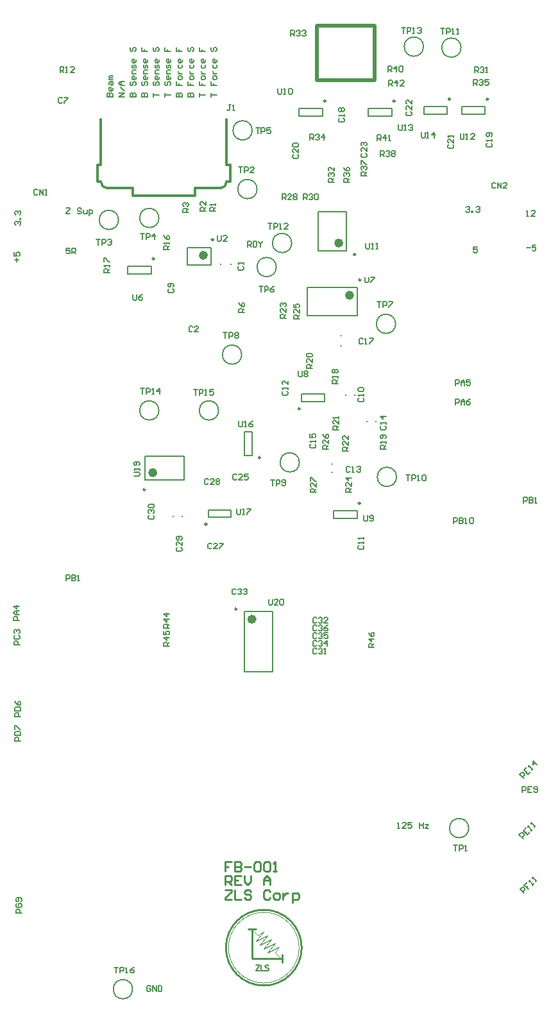
<source format=gbr>
%TF.GenerationSoftware,Altium Limited,Altium Designer,19.1.6 (110)*%
G04 Layer_Color=65535*
%FSLAX26Y26*%
%MOIN*%
%TF.FileFunction,Legend,Top*%
%TF.Part,Single*%
G01*
G75*
%TA.AperFunction,NonConductor*%
%ADD51C,0.009842*%
%ADD52C,0.023622*%
%ADD53C,0.007874*%
%ADD54C,0.005906*%
%ADD77C,0.011811*%
%ADD78C,0.003937*%
%ADD79C,0.010000*%
%ADD80C,0.020000*%
D51*
X1185433Y2178543D02*
G03*
X1185433Y2178543I-4921J0D01*
G01*
X2006772Y4818071D02*
G03*
X2006772Y4818071I-4921J0D01*
G01*
X2491299Y4827717D02*
G03*
X2491299Y4827717I-4921J0D01*
G01*
X1801535Y4020905D02*
G03*
X1801535Y4020905I-4921J0D01*
G01*
X1307677Y2965173D02*
G03*
X1307677Y2965173I-4921J0D01*
G01*
X1828622Y3888189D02*
G03*
X1828622Y3888189I-4921J0D01*
G01*
X1646772Y4818071D02*
G03*
X1646772Y4818071I-4921J0D01*
G01*
X1514361Y3218740D02*
G03*
X1514361Y3218740I-4921J0D01*
G01*
X708606Y2798331D02*
G03*
X708606Y2798331I-4921J0D01*
G01*
X2294449Y4827717D02*
G03*
X2294449Y4827717I-4921J0D01*
G01*
X1826772Y2728071D02*
G03*
X1826772Y2728071I-4921J0D01*
G01*
X1063976Y4097598D02*
G03*
X1063976Y4097598I-4921J0D01*
G01*
X755945Y3998071D02*
G03*
X755945Y3998071I-4921J0D01*
G01*
X1029249Y2619551D02*
G03*
X1029249Y2619551I-4921J0D01*
G01*
D52*
X1275000Y2125394D02*
G03*
X1275000Y2125394I-11811J0D01*
G01*
X1726732Y4079961D02*
G03*
X1726732Y4079961I-11811J0D01*
G01*
X1782362Y3808465D02*
G03*
X1782362Y3808465I-11811J0D01*
G01*
X759787Y2886914D02*
G03*
X759787Y2886914I-11811J0D01*
G01*
X1022638Y4015905D02*
G03*
X1022638Y4015905I-11811J0D01*
G01*
D53*
X643000Y203000D02*
G03*
X643000Y203000I-50000J0D01*
G01*
X2350000Y5095000D02*
G03*
X2350000Y5095000I-50000J0D01*
G01*
X2390000Y1040000D02*
G03*
X2390000Y1040000I-50000J0D01*
G01*
X1290000Y4360000D02*
G03*
X1290000Y4360000I-50000J0D01*
G01*
X570000Y4200000D02*
G03*
X570000Y4200000I-50000J0D01*
G01*
X780000Y4210000D02*
G03*
X780000Y4210000I-50000J0D01*
G01*
X1265000Y4665000D02*
G03*
X1265000Y4665000I-50000J0D01*
G01*
X1390000Y3955000D02*
G03*
X1390000Y3955000I-50000J0D01*
G01*
X2010000Y3660000D02*
G03*
X2010000Y3660000I-50000J0D01*
G01*
X1210000Y3500000D02*
G03*
X1210000Y3500000I-50000J0D01*
G01*
X1510000Y2940000D02*
G03*
X1510000Y2940000I-50000J0D01*
G01*
X2015000Y2865000D02*
G03*
X2015000Y2865000I-50000J0D01*
G01*
X780000Y3210000D02*
G03*
X780000Y3210000I-50000J0D01*
G01*
X1090000D02*
G03*
X1090000Y3210000I-50000J0D01*
G01*
X1470000Y4080000D02*
G03*
X1470000Y4080000I-50000J0D01*
G01*
X2155000Y5100000D02*
G03*
X2155000Y5100000I-50000J0D01*
G01*
X1223819Y1853740D02*
X1369488D01*
X1223819Y2164764D02*
X1369488D01*
Y1853740D02*
Y2164764D01*
X1223819Y1853740D02*
Y2164764D01*
X902606Y2659032D02*
Y2662970D01*
X853394Y2659032D02*
Y2662970D01*
X1868976Y4740316D02*
X1991024D01*
X1868976Y4779686D02*
X1991024D01*
X1868976Y4740316D02*
Y4779686D01*
X1991024Y4740316D02*
Y4779686D01*
X2353504Y4749960D02*
X2475552D01*
X2353504Y4789330D02*
X2475552D01*
X2353504Y4749960D02*
Y4789330D01*
X2475552Y4749960D02*
Y4789330D01*
X1754292Y4040590D02*
Y4241378D01*
X1608622Y4040590D02*
Y4241378D01*
Y4040590D02*
X1754292D01*
X1608622Y4241378D02*
X1754292D01*
X1678032Y2887362D02*
X1681970D01*
X1678032Y2932638D02*
X1681970D01*
X1862362Y3153032D02*
Y3156968D01*
X1907638Y3153032D02*
Y3156968D01*
X1723032Y3597575D02*
X1726968D01*
X1723032Y3544425D02*
X1726968D01*
X1752362Y3288032D02*
Y3291968D01*
X1797639Y3288032D02*
Y3291968D01*
X1225000Y2976000D02*
X1264370D01*
X1225000Y3098048D02*
X1264370D01*
Y2976000D02*
Y3098048D01*
X1225000Y2976000D02*
Y3098048D01*
X1550080Y3702166D02*
Y3847834D01*
X1809922Y3702166D02*
Y3847834D01*
X1550080Y3702166D02*
X1809922D01*
X1550080Y3847834D02*
X1809922D01*
X1508976Y4740316D02*
X1631024D01*
X1508976Y4779686D02*
X1631024D01*
X1508976Y4740316D02*
Y4779686D01*
X1631024Y4740316D02*
Y4779686D01*
X1520266Y3257126D02*
Y3296496D01*
X1642314Y3257126D02*
Y3296496D01*
X1520266Y3257126D02*
X1642314D01*
X1520266Y3296496D02*
X1642314D01*
X708606Y2847544D02*
X909394D01*
X708606Y2973528D02*
X909394D01*
X708606Y2847544D02*
Y2973528D01*
X909394Y2847544D02*
Y2973528D01*
X2156654Y4749960D02*
X2278702D01*
X2156654Y4789330D02*
X2278702D01*
X2156654Y4749960D02*
Y4789330D01*
X2278702Y4749960D02*
Y4789330D01*
X1811024Y2650316D02*
Y2689686D01*
X1688976Y2650316D02*
Y2689686D01*
X1811024D01*
X1688976Y2650316D02*
X1811024D01*
X928150Y4055276D02*
X1050198D01*
X928150Y3964724D02*
X1050198D01*
Y4055276D01*
X928150Y3964724D02*
Y4055276D01*
X1155748Y3968032D02*
Y3971968D01*
X1102598Y3968032D02*
Y3971968D01*
X740198Y3920316D02*
Y3959686D01*
X618150Y3920316D02*
Y3959686D01*
X740198D01*
X618150Y3920316D02*
X740198D01*
X1036140Y2654000D02*
Y2693370D01*
X1154250Y2654000D02*
Y2693370D01*
X1036140Y2654000D02*
X1154250D01*
X1036140Y2693370D02*
X1154250D01*
D54*
X736679Y216598D02*
X731759Y221518D01*
X721920D01*
X717000Y216598D01*
Y196920D01*
X721920Y192000D01*
X731759D01*
X736679Y196920D01*
Y206759D01*
X726839D01*
X746518Y192000D02*
Y221518D01*
X766197Y192000D01*
Y221518D01*
X776036D02*
Y192000D01*
X790795D01*
X795715Y196920D01*
Y216598D01*
X790795Y221518D01*
X776036D01*
X1304681Y328521D02*
X1285000Y299000D01*
Y328521D02*
X1304681D01*
X1285000Y299000D02*
X1304681D01*
X1311288Y328521D02*
Y299000D01*
X1328157D01*
X1351071Y324304D02*
X1348260Y327115D01*
X1344043Y328521D01*
X1338419D01*
X1334202Y327115D01*
X1331391Y324304D01*
Y321492D01*
X1332796Y318681D01*
X1334202Y317275D01*
X1337014Y315869D01*
X1345448Y313058D01*
X1348260Y311652D01*
X1349666Y310246D01*
X1351071Y307435D01*
Y303217D01*
X1348260Y300406D01*
X1344043Y299000D01*
X1338419D01*
X1334202Y300406D01*
X1331391Y303217D01*
X510482Y4840000D02*
X540000D01*
Y4854759D01*
X535080Y4859679D01*
X530161D01*
X525241Y4854759D01*
Y4840000D01*
Y4854759D01*
X520321Y4859679D01*
X515402D01*
X510482Y4854759D01*
Y4840000D01*
X540000Y4884277D02*
Y4874438D01*
X535080Y4869518D01*
X525241D01*
X520321Y4874438D01*
Y4884277D01*
X525241Y4889197D01*
X530161D01*
Y4869518D01*
X520321Y4903956D02*
Y4913795D01*
X525241Y4918715D01*
X540000D01*
Y4903956D01*
X535080Y4899036D01*
X530161Y4903956D01*
Y4918715D01*
X540000Y4928554D02*
X520321D01*
Y4933474D01*
X525241Y4938394D01*
X540000D01*
X525241D01*
X520321Y4943313D01*
X525241Y4948233D01*
X540000D01*
X600000Y4840000D02*
X570482D01*
X600000Y4859679D01*
X570482D01*
X600000Y4869518D02*
X580321Y4889197D01*
X600000Y4899036D02*
X580321D01*
X570482Y4908876D01*
X580321Y4918715D01*
X600000D01*
X585241D01*
Y4899036D01*
X630482Y4840000D02*
X660000D01*
Y4854759D01*
X655080Y4859679D01*
X650161D01*
X645241Y4854759D01*
Y4840000D01*
Y4854759D01*
X640321Y4859679D01*
X635402D01*
X630482Y4854759D01*
Y4840000D01*
X635402Y4918715D02*
X630482Y4913795D01*
Y4903956D01*
X635402Y4899036D01*
X640321D01*
X645241Y4903956D01*
Y4913795D01*
X650161Y4918715D01*
X655080D01*
X660000Y4913795D01*
Y4903956D01*
X655080Y4899036D01*
X660000Y4943313D02*
Y4933474D01*
X655080Y4928554D01*
X645241D01*
X640321Y4933474D01*
Y4943313D01*
X645241Y4948233D01*
X650161D01*
Y4928554D01*
X660000Y4958072D02*
X640321D01*
Y4972831D01*
X645241Y4977751D01*
X660000D01*
Y4987591D02*
Y5002350D01*
X655080Y5007269D01*
X650161Y5002350D01*
Y4992510D01*
X645241Y4987591D01*
X640321Y4992510D01*
Y5007269D01*
X660000Y5031868D02*
Y5022028D01*
X655080Y5017109D01*
X645241D01*
X640321Y5022028D01*
Y5031868D01*
X645241Y5036787D01*
X650161D01*
Y5017109D01*
X635402Y5095824D02*
X630482Y5090904D01*
Y5081065D01*
X635402Y5076145D01*
X640321D01*
X645241Y5081065D01*
Y5090904D01*
X650161Y5095824D01*
X655080D01*
X660000Y5090904D01*
Y5081065D01*
X655080Y5076145D01*
X750482Y4840000D02*
Y4859679D01*
Y4849839D01*
X780000D01*
X755402Y4918715D02*
X750482Y4913795D01*
Y4903956D01*
X755402Y4899036D01*
X760321D01*
X765241Y4903956D01*
Y4913795D01*
X770161Y4918715D01*
X775080D01*
X780000Y4913795D01*
Y4903956D01*
X775080Y4899036D01*
X780000Y4943313D02*
Y4933474D01*
X775080Y4928554D01*
X765241D01*
X760321Y4933474D01*
Y4943313D01*
X765241Y4948233D01*
X770161D01*
Y4928554D01*
X780000Y4958072D02*
X760321D01*
Y4972831D01*
X765241Y4977751D01*
X780000D01*
Y4987591D02*
Y5002350D01*
X775080Y5007269D01*
X770161Y5002350D01*
Y4992510D01*
X765241Y4987591D01*
X760321Y4992510D01*
Y5007269D01*
X780000Y5031868D02*
Y5022028D01*
X775080Y5017109D01*
X765241D01*
X760321Y5022028D01*
Y5031868D01*
X765241Y5036787D01*
X770161D01*
Y5017109D01*
X755402Y5095824D02*
X750482Y5090904D01*
Y5081065D01*
X755402Y5076145D01*
X760321D01*
X765241Y5081065D01*
Y5090904D01*
X770161Y5095824D01*
X775080D01*
X780000Y5090904D01*
Y5081065D01*
X775080Y5076145D01*
X690482Y4840000D02*
X720000D01*
Y4854759D01*
X715080Y4859679D01*
X710161D01*
X705241Y4854759D01*
Y4840000D01*
Y4854759D01*
X700321Y4859679D01*
X695402D01*
X690482Y4854759D01*
Y4840000D01*
X695402Y4918715D02*
X690482Y4913795D01*
Y4903956D01*
X695402Y4899036D01*
X700321D01*
X705241Y4903956D01*
Y4913795D01*
X710161Y4918715D01*
X715080D01*
X720000Y4913795D01*
Y4903956D01*
X715080Y4899036D01*
X720000Y4943313D02*
Y4933474D01*
X715080Y4928554D01*
X705241D01*
X700321Y4933474D01*
Y4943313D01*
X705241Y4948233D01*
X710161D01*
Y4928554D01*
X720000Y4958072D02*
X700321D01*
Y4972831D01*
X705241Y4977751D01*
X720000D01*
Y4987591D02*
Y5002350D01*
X715080Y5007269D01*
X710161Y5002350D01*
Y4992510D01*
X705241Y4987591D01*
X700321Y4992510D01*
Y5007269D01*
X720000Y5031868D02*
Y5022028D01*
X715080Y5017109D01*
X705241D01*
X700321Y5022028D01*
Y5031868D01*
X705241Y5036787D01*
X710161D01*
Y5017109D01*
X690482Y5095824D02*
Y5076145D01*
X705241D01*
Y5085984D01*
Y5076145D01*
X720000D01*
X810482Y4840000D02*
Y4859679D01*
Y4849839D01*
X840000D01*
X815402Y4918715D02*
X810482Y4913795D01*
Y4903956D01*
X815402Y4899036D01*
X820321D01*
X825241Y4903956D01*
Y4913795D01*
X830161Y4918715D01*
X835080D01*
X840000Y4913795D01*
Y4903956D01*
X835080Y4899036D01*
X840000Y4943313D02*
Y4933474D01*
X835080Y4928554D01*
X825241D01*
X820321Y4933474D01*
Y4943313D01*
X825241Y4948233D01*
X830161D01*
Y4928554D01*
X840000Y4958072D02*
X820321D01*
Y4972831D01*
X825241Y4977751D01*
X840000D01*
Y4987591D02*
Y5002350D01*
X835080Y5007269D01*
X830161Y5002350D01*
Y4992510D01*
X825241Y4987591D01*
X820321Y4992510D01*
Y5007269D01*
X840000Y5031868D02*
Y5022028D01*
X835080Y5017109D01*
X825241D01*
X820321Y5022028D01*
Y5031868D01*
X825241Y5036787D01*
X830161D01*
Y5017109D01*
X810482Y5095824D02*
Y5076145D01*
X825241D01*
Y5085984D01*
Y5076145D01*
X840000D01*
X990482Y4840000D02*
Y4859679D01*
Y4849839D01*
X1020000D01*
X990482Y4918715D02*
Y4899036D01*
X1005241D01*
Y4908876D01*
Y4899036D01*
X1020000D01*
Y4933474D02*
Y4943313D01*
X1015080Y4948233D01*
X1005241D01*
X1000321Y4943313D01*
Y4933474D01*
X1005241Y4928554D01*
X1015080D01*
X1020000Y4933474D01*
X1000321Y4958072D02*
X1020000D01*
X1010161D01*
X1005241Y4962992D01*
X1000321Y4967912D01*
Y4972831D01*
Y5007269D02*
Y4992510D01*
X1005241Y4987591D01*
X1015080D01*
X1020000Y4992510D01*
Y5007269D01*
Y5031868D02*
Y5022028D01*
X1015080Y5017109D01*
X1005241D01*
X1000321Y5022028D01*
Y5031868D01*
X1005241Y5036787D01*
X1010161D01*
Y5017109D01*
X990482Y5095824D02*
Y5076145D01*
X1005241D01*
Y5085984D01*
Y5076145D01*
X1020000D01*
X1050482Y4840000D02*
Y4859679D01*
Y4849839D01*
X1080000D01*
X1050482Y4918715D02*
Y4899036D01*
X1065241D01*
Y4908876D01*
Y4899036D01*
X1080000D01*
Y4933474D02*
Y4943313D01*
X1075080Y4948233D01*
X1065241D01*
X1060321Y4943313D01*
Y4933474D01*
X1065241Y4928554D01*
X1075080D01*
X1080000Y4933474D01*
X1060321Y4958072D02*
X1080000D01*
X1070161D01*
X1065241Y4962992D01*
X1060321Y4967912D01*
Y4972831D01*
Y5007269D02*
Y4992510D01*
X1065241Y4987591D01*
X1075080D01*
X1080000Y4992510D01*
Y5007269D01*
Y5031868D02*
Y5022028D01*
X1075080Y5017109D01*
X1065241D01*
X1060321Y5022028D01*
Y5031868D01*
X1065241Y5036787D01*
X1070161D01*
Y5017109D01*
X1055402Y5095824D02*
X1050482Y5090904D01*
Y5081065D01*
X1055402Y5076145D01*
X1060321D01*
X1065241Y5081065D01*
Y5090904D01*
X1070161Y5095824D01*
X1075080D01*
X1080000Y5090904D01*
Y5081065D01*
X1075080Y5076145D01*
X870482Y4840000D02*
X900000D01*
Y4854759D01*
X895080Y4859679D01*
X890161D01*
X885241Y4854759D01*
Y4840000D01*
Y4854759D01*
X880321Y4859679D01*
X875402D01*
X870482Y4854759D01*
Y4840000D01*
Y4918715D02*
Y4899036D01*
X885241D01*
Y4908876D01*
Y4899036D01*
X900000D01*
Y4933474D02*
Y4943313D01*
X895080Y4948233D01*
X885241D01*
X880321Y4943313D01*
Y4933474D01*
X885241Y4928554D01*
X895080D01*
X900000Y4933474D01*
X880321Y4958072D02*
X900000D01*
X890161D01*
X885241Y4962992D01*
X880321Y4967912D01*
Y4972831D01*
Y5007269D02*
Y4992510D01*
X885241Y4987591D01*
X895080D01*
X900000Y4992510D01*
Y5007269D01*
Y5031868D02*
Y5022028D01*
X895080Y5017109D01*
X885241D01*
X880321Y5022028D01*
Y5031868D01*
X885241Y5036787D01*
X890161D01*
Y5017109D01*
X870482Y5095824D02*
Y5076145D01*
X885241D01*
Y5085984D01*
Y5076145D01*
X900000D01*
X930482Y4840000D02*
X960000D01*
Y4854759D01*
X955080Y4859679D01*
X950161D01*
X945241Y4854759D01*
Y4840000D01*
Y4854759D01*
X940321Y4859679D01*
X935402D01*
X930482Y4854759D01*
Y4840000D01*
Y4918715D02*
Y4899036D01*
X945241D01*
Y4908876D01*
Y4899036D01*
X960000D01*
Y4933474D02*
Y4943313D01*
X955080Y4948233D01*
X945241D01*
X940321Y4943313D01*
Y4933474D01*
X945241Y4928554D01*
X955080D01*
X960000Y4933474D01*
X940321Y4958072D02*
X960000D01*
X950161D01*
X945241Y4962992D01*
X940321Y4967912D01*
Y4972831D01*
Y5007269D02*
Y4992510D01*
X945241Y4987591D01*
X955080D01*
X960000Y4992510D01*
Y5007269D01*
Y5031868D02*
Y5022028D01*
X955080Y5017109D01*
X945241D01*
X940321Y5022028D01*
Y5031868D01*
X945241Y5036787D01*
X950161D01*
Y5017109D01*
X935402Y5095824D02*
X930482Y5090904D01*
Y5081065D01*
X935402Y5076145D01*
X940321D01*
X945241Y5081065D01*
Y5090904D01*
X950161Y5095824D01*
X955080D01*
X960000Y5090904D01*
Y5081065D01*
X955080Y5076145D01*
X2320000Y3340000D02*
Y3369518D01*
X2334759D01*
X2339679Y3364598D01*
Y3354759D01*
X2334759Y3349839D01*
X2320000D01*
X2349518Y3340000D02*
Y3359679D01*
X2359358Y3369518D01*
X2369197Y3359679D01*
Y3340000D01*
Y3354759D01*
X2349518D01*
X2398715Y3369518D02*
X2379036D01*
Y3354759D01*
X2388876Y3359679D01*
X2393795D01*
X2398715Y3354759D01*
Y3344920D01*
X2393795Y3340000D01*
X2383956D01*
X2379036Y3344920D01*
X2320000Y3240000D02*
Y3269518D01*
X2334759D01*
X2339679Y3264598D01*
Y3254759D01*
X2334759Y3249839D01*
X2320000D01*
X2349518Y3240000D02*
Y3259679D01*
X2359358Y3269518D01*
X2369197Y3259679D01*
Y3240000D01*
Y3254759D01*
X2349518D01*
X2398715Y3269518D02*
X2388876Y3264598D01*
X2379036Y3254759D01*
Y3244920D01*
X2383956Y3240000D01*
X2393795D01*
X2398715Y3244920D01*
Y3249839D01*
X2393795Y3254759D01*
X2379036D01*
X2020000Y1040000D02*
X2029839D01*
X2024920D01*
Y1069518D01*
X2020000Y1064598D01*
X2064277Y1040000D02*
X2044598D01*
X2064277Y1059679D01*
Y1064598D01*
X2059357Y1069518D01*
X2049518D01*
X2044598Y1064598D01*
X2093795Y1069518D02*
X2074117D01*
Y1054759D01*
X2083956Y1059679D01*
X2088876D01*
X2093795Y1054759D01*
Y1044920D01*
X2088876Y1040000D01*
X2079036D01*
X2074117Y1044920D01*
X2133153Y1069518D02*
Y1040000D01*
Y1054759D01*
X2152831D01*
Y1069518D01*
Y1040000D01*
X2162671Y1059679D02*
X2182349D01*
X2162671Y1040000D01*
X2182349D01*
X1240000Y4060000D02*
Y4089518D01*
X1254759D01*
X1259679Y4084598D01*
Y4074759D01*
X1254759Y4069839D01*
X1240000D01*
X1249839D02*
X1259679Y4060000D01*
X1269518Y4089518D02*
Y4060000D01*
X1284277D01*
X1289197Y4064920D01*
Y4084598D01*
X1284277Y4089518D01*
X1269518D01*
X1299036D02*
Y4084598D01*
X1308876Y4074759D01*
X1318715Y4084598D01*
Y4089518D01*
X1308876Y4074759D02*
Y4060000D01*
X2673000Y985000D02*
X2652128Y1005872D01*
X2662564Y1016309D01*
X2669521D01*
X2676479Y1009351D01*
X2676479Y1002394D01*
X2666043Y991957D01*
X2686915Y1040660D02*
X2673000Y1026745D01*
X2693872Y1005872D01*
X2707787Y1019787D01*
X2683436Y1016309D02*
X2690394Y1023266D01*
X2714745Y1026745D02*
X2721702Y1033702D01*
X2718224Y1030224D01*
X2697351Y1051096D01*
Y1044139D01*
X2732139D02*
X2739096Y1051096D01*
X2735617Y1047617D01*
X2714745Y1068490D01*
Y1061532D01*
X2679000Y702000D02*
X2658128Y722872D01*
X2668564Y733309D01*
X2675521D01*
X2682479Y726351D01*
X2682479Y719394D01*
X2672043Y708957D01*
X2692915Y757660D02*
X2679000Y743745D01*
X2689436Y733309D01*
X2696394Y740266D01*
X2689436Y733309D01*
X2699872Y722872D01*
X2720745Y743745D02*
X2727702Y750702D01*
X2724224Y747224D01*
X2703351Y768096D01*
Y761139D01*
X2738139D02*
X2745096Y768096D01*
X2741617Y764617D01*
X2720745Y785490D01*
Y778532D01*
X2669000Y1226000D02*
Y1255518D01*
X2683759D01*
X2688679Y1250598D01*
Y1240759D01*
X2683759Y1235839D01*
X2669000D01*
X2718197Y1255518D02*
X2698518D01*
Y1226000D01*
X2718197D01*
X2698518Y1240759D02*
X2708358D01*
X2728036Y1230920D02*
X2732956Y1226000D01*
X2742795D01*
X2747715Y1230920D01*
Y1250598D01*
X2742795Y1255518D01*
X2732956D01*
X2728036Y1250598D01*
Y1245679D01*
X2732956Y1240759D01*
X2747715D01*
X2676000Y1299000D02*
X2655128Y1319872D01*
X2665564Y1330309D01*
X2672521D01*
X2679479Y1323351D01*
X2679479Y1316394D01*
X2669043Y1305957D01*
X2689915Y1354660D02*
X2676000Y1340745D01*
X2696872Y1319872D01*
X2710787Y1333787D01*
X2686436Y1330309D02*
X2693394Y1337266D01*
X2717745Y1340745D02*
X2724702Y1347702D01*
X2721224Y1344224D01*
X2700351Y1365096D01*
Y1358139D01*
X2745575Y1368575D02*
X2724702Y1389447D01*
X2724702Y1368575D01*
X2738617Y1382490D01*
X2675000Y2730000D02*
Y2759518D01*
X2689759D01*
X2694679Y2754598D01*
Y2744759D01*
X2689759Y2739839D01*
X2675000D01*
X2704518Y2759518D02*
Y2730000D01*
X2719277D01*
X2724197Y2734920D01*
Y2739839D01*
X2719277Y2744759D01*
X2704518D01*
X2719277D01*
X2724197Y2749679D01*
Y2754598D01*
X2719277Y2759518D01*
X2704518D01*
X2734036Y2730000D02*
X2743876D01*
X2738956D01*
Y2759518D01*
X2734036Y2754598D01*
X2311000Y2623000D02*
Y2652518D01*
X2325759D01*
X2330679Y2647598D01*
Y2637759D01*
X2325759Y2632839D01*
X2311000D01*
X2340518Y2652518D02*
Y2623000D01*
X2355277D01*
X2360197Y2627920D01*
Y2632839D01*
X2355277Y2637759D01*
X2340518D01*
X2355277D01*
X2360197Y2642679D01*
Y2647598D01*
X2355277Y2652518D01*
X2340518D01*
X2370036Y2623000D02*
X2379876D01*
X2374956D01*
Y2652518D01*
X2370036Y2647598D01*
X2394635D02*
X2399554Y2652518D01*
X2409394D01*
X2414313Y2647598D01*
Y2627920D01*
X2409394Y2623000D01*
X2399554D01*
X2394635Y2627920D01*
Y2647598D01*
X2375000Y4264598D02*
X2379920Y4269518D01*
X2389759D01*
X2394679Y4264598D01*
Y4259679D01*
X2389759Y4254759D01*
X2384839D01*
X2389759D01*
X2394679Y4249839D01*
Y4244920D01*
X2389759Y4240000D01*
X2379920D01*
X2375000Y4244920D01*
X2404518Y4240000D02*
Y4244920D01*
X2409438D01*
Y4240000D01*
X2404518D01*
X2429117Y4264598D02*
X2434036Y4269518D01*
X2443876D01*
X2448795Y4264598D01*
Y4259679D01*
X2443876Y4254759D01*
X2438956D01*
X2443876D01*
X2448795Y4249839D01*
Y4244920D01*
X2443876Y4240000D01*
X2434036D01*
X2429117Y4244920D01*
X2690000Y4220000D02*
X2699839D01*
X2694920D01*
Y4249518D01*
X2690000Y4244598D01*
X2734277Y4220000D02*
X2714598D01*
X2734277Y4239679D01*
Y4244598D01*
X2729357Y4249518D01*
X2719518D01*
X2714598Y4244598D01*
X2434679Y4059518D02*
X2415000D01*
Y4044759D01*
X2424839Y4049679D01*
X2429759D01*
X2434679Y4044759D01*
Y4034920D01*
X2429759Y4030000D01*
X2419920D01*
X2415000Y4034920D01*
X2690000Y4054759D02*
X2709679D01*
X2739197Y4069518D02*
X2719518D01*
Y4054759D01*
X2729358Y4059679D01*
X2734277D01*
X2739197Y4054759D01*
Y4044920D01*
X2734277Y4040000D01*
X2724438D01*
X2719518Y4044920D01*
X61000Y1492000D02*
X31482D01*
Y1506759D01*
X36402Y1511679D01*
X46241D01*
X51161Y1506759D01*
Y1492000D01*
X31482Y1521518D02*
X61000D01*
Y1536277D01*
X56080Y1541197D01*
X36402D01*
X31482Y1536277D01*
Y1521518D01*
Y1551036D02*
Y1570715D01*
X36402D01*
X56080Y1551036D01*
X61000D01*
Y1620000D02*
X31482D01*
Y1634759D01*
X36402Y1639679D01*
X46241D01*
X51161Y1634759D01*
Y1620000D01*
X31482Y1649518D02*
X61000D01*
Y1664277D01*
X56080Y1669197D01*
X36402D01*
X31482Y1664277D01*
Y1649518D01*
Y1698715D02*
X36402Y1688876D01*
X46241Y1679036D01*
X56080D01*
X61000Y1683956D01*
Y1693795D01*
X56080Y1698715D01*
X51161D01*
X46241Y1693795D01*
Y1679036D01*
X56000Y1992000D02*
X26482D01*
Y2006759D01*
X31402Y2011679D01*
X41241D01*
X46161Y2006759D01*
Y1992000D01*
X31402Y2041197D02*
X26482Y2036277D01*
Y2026438D01*
X31402Y2021518D01*
X51080D01*
X56000Y2026438D01*
Y2036277D01*
X51080Y2041197D01*
X31402Y2051036D02*
X26482Y2055956D01*
Y2065795D01*
X31402Y2070715D01*
X36321D01*
X41241Y2065795D01*
Y2060876D01*
Y2065795D01*
X46161Y2070715D01*
X51080D01*
X56000Y2065795D01*
Y2055956D01*
X51080Y2051036D01*
X55000Y2120000D02*
X25482D01*
Y2134759D01*
X30402Y2139679D01*
X40241D01*
X45161Y2134759D01*
Y2120000D01*
X55000Y2149518D02*
X35321D01*
X25482Y2159358D01*
X35321Y2169197D01*
X55000D01*
X40241D01*
Y2149518D01*
X55000Y2193795D02*
X25482D01*
X40241Y2179036D01*
Y2198715D01*
X298000Y2325000D02*
Y2354518D01*
X312759D01*
X317679Y2349598D01*
Y2339759D01*
X312759Y2334839D01*
X298000D01*
X327518Y2354518D02*
Y2325000D01*
X342277D01*
X347197Y2329920D01*
Y2334839D01*
X342277Y2339759D01*
X327518D01*
X342277D01*
X347197Y2344679D01*
Y2349598D01*
X342277Y2354518D01*
X327518D01*
X357036Y2325000D02*
X366876D01*
X361956D01*
Y2354518D01*
X357036Y2349598D01*
X66000Y599000D02*
X36482D01*
Y613759D01*
X41402Y618679D01*
X51241D01*
X56161Y613759D01*
Y599000D01*
X41402Y648197D02*
X36482Y643277D01*
Y633438D01*
X41402Y628518D01*
X61080D01*
X66000Y633438D01*
Y643277D01*
X61080Y648197D01*
X51241D01*
Y638357D01*
X61080Y658036D02*
X66000Y662956D01*
Y672795D01*
X61080Y677715D01*
X41402D01*
X36482Y672795D01*
Y662956D01*
X41402Y658036D01*
X46321D01*
X51241Y662956D01*
Y677715D01*
X318679Y4053518D02*
X299000D01*
Y4038759D01*
X308839Y4043679D01*
X313759D01*
X318679Y4038759D01*
Y4028920D01*
X313759Y4024000D01*
X303920D01*
X299000Y4028920D01*
X328518Y4024000D02*
Y4053518D01*
X343277D01*
X348197Y4048598D01*
Y4038759D01*
X343277Y4033839D01*
X328518D01*
X338358D02*
X348197Y4024000D01*
X298000Y4261518D02*
X317679D01*
Y4256598D01*
X298000Y4236920D01*
Y4232000D01*
X317679D01*
X376715Y4256598D02*
X371795Y4261518D01*
X361956D01*
X357036Y4256598D01*
Y4251679D01*
X361956Y4246759D01*
X371795D01*
X376715Y4241839D01*
Y4236920D01*
X371795Y4232000D01*
X361956D01*
X357036Y4236920D01*
X386554Y4251679D02*
Y4236920D01*
X391474Y4232000D01*
X406233D01*
Y4251679D01*
X416072Y4222161D02*
Y4251679D01*
X430831D01*
X435751Y4246759D01*
Y4236920D01*
X430831Y4232000D01*
X416072D01*
X42241Y3982000D02*
Y4001679D01*
X32402Y3991839D02*
X52080D01*
X27482Y4031197D02*
Y4011518D01*
X42241D01*
X37321Y4021358D01*
Y4026277D01*
X42241Y4031197D01*
X52080D01*
X57000Y4026277D01*
Y4016438D01*
X52080Y4011518D01*
X36402Y4173000D02*
X31482Y4177920D01*
Y4187759D01*
X36402Y4192679D01*
X41321D01*
X46241Y4187759D01*
Y4182839D01*
Y4187759D01*
X51161Y4192679D01*
X56080D01*
X61000Y4187759D01*
Y4177920D01*
X56080Y4173000D01*
X61000Y4202518D02*
X56080D01*
Y4207438D01*
X61000D01*
Y4202518D01*
X36402Y4227117D02*
X31482Y4232036D01*
Y4241876D01*
X36402Y4246795D01*
X41321D01*
X46241Y4241876D01*
Y4236956D01*
Y4241876D01*
X51161Y4246795D01*
X56080D01*
X61000Y4241876D01*
Y4232036D01*
X56080Y4227117D01*
X1899000Y1978000D02*
X1869482D01*
Y1992759D01*
X1874402Y1997679D01*
X1884241D01*
X1889161Y1992759D01*
Y1978000D01*
Y1987839D02*
X1899000Y1997679D01*
Y2022277D02*
X1869482D01*
X1884241Y2007518D01*
Y2027197D01*
X1869482Y2056715D02*
X1874402Y2046876D01*
X1884241Y2037036D01*
X1894080D01*
X1899000Y2041956D01*
Y2051795D01*
X1894080Y2056715D01*
X1889161D01*
X1884241Y2051795D01*
Y2037036D01*
X2287402Y4590679D02*
X2282482Y4585759D01*
Y4575920D01*
X2287402Y4571000D01*
X2307080D01*
X2312000Y4575920D01*
Y4585759D01*
X2307080Y4590679D01*
X2312000Y4620197D02*
Y4600518D01*
X2292321Y4620197D01*
X2287402D01*
X2282482Y4615277D01*
Y4605438D01*
X2287402Y4600518D01*
X2312000Y4630036D02*
Y4639876D01*
Y4634956D01*
X2282482D01*
X2287402Y4630036D01*
X2486402Y4598679D02*
X2481482Y4593759D01*
Y4583920D01*
X2486402Y4579000D01*
X2506080D01*
X2511000Y4583920D01*
Y4593759D01*
X2506080Y4598679D01*
X2511000Y4608518D02*
Y4618358D01*
Y4613438D01*
X2481482D01*
X2486402Y4608518D01*
X2506080Y4633117D02*
X2511000Y4638036D01*
Y4647876D01*
X2506080Y4652795D01*
X2486402D01*
X2481482Y4647876D01*
Y4638036D01*
X2486402Y4633117D01*
X2491321D01*
X2496241Y4638036D01*
Y4652795D01*
X835000Y1985000D02*
X805482D01*
Y1999759D01*
X810402Y2004679D01*
X820241D01*
X825161Y1999759D01*
Y1985000D01*
Y1994839D02*
X835000Y2004679D01*
Y2029277D02*
X805482D01*
X820241Y2014518D01*
Y2034197D01*
X805482Y2063715D02*
Y2044036D01*
X820241D01*
X815321Y2053876D01*
Y2058795D01*
X820241Y2063715D01*
X830080D01*
X835000Y2058795D01*
Y2048956D01*
X830080Y2044036D01*
X835000Y2080000D02*
X805482D01*
Y2094759D01*
X810402Y2099679D01*
X820241D01*
X825161Y2094759D01*
Y2080000D01*
Y2089839D02*
X835000Y2099679D01*
Y2124277D02*
X805482D01*
X820241Y2109518D01*
Y2129197D01*
X835000Y2153795D02*
X805482D01*
X820241Y2139036D01*
Y2158715D01*
X1599679Y2089598D02*
X1594759Y2094518D01*
X1584920D01*
X1580000Y2089598D01*
Y2069920D01*
X1584920Y2065000D01*
X1594759D01*
X1599679Y2069920D01*
X1609518Y2089598D02*
X1614438Y2094518D01*
X1624277D01*
X1629197Y2089598D01*
Y2084679D01*
X1624277Y2079759D01*
X1619358D01*
X1624277D01*
X1629197Y2074839D01*
Y2069920D01*
X1624277Y2065000D01*
X1614438D01*
X1609518Y2069920D01*
X1658715Y2094518D02*
X1648876Y2089598D01*
X1639036Y2079759D01*
Y2069920D01*
X1643956Y2065000D01*
X1653795D01*
X1658715Y2069920D01*
Y2074839D01*
X1653795Y2079759D01*
X1639036D01*
X1599679Y2049598D02*
X1594759Y2054518D01*
X1584920D01*
X1580000Y2049598D01*
Y2029920D01*
X1584920Y2025000D01*
X1594759D01*
X1599679Y2029920D01*
X1609518Y2049598D02*
X1614438Y2054518D01*
X1624277D01*
X1629197Y2049598D01*
Y2044679D01*
X1624277Y2039759D01*
X1619358D01*
X1624277D01*
X1629197Y2034839D01*
Y2029920D01*
X1624277Y2025000D01*
X1614438D01*
X1609518Y2029920D01*
X1658715Y2054518D02*
X1639036D01*
Y2039759D01*
X1648876Y2044679D01*
X1653795D01*
X1658715Y2039759D01*
Y2029920D01*
X1653795Y2025000D01*
X1643956D01*
X1639036Y2029920D01*
X1599679Y2009598D02*
X1594759Y2014518D01*
X1584920D01*
X1580000Y2009598D01*
Y1989920D01*
X1584920Y1985000D01*
X1594759D01*
X1599679Y1989920D01*
X1609518Y2009598D02*
X1614438Y2014518D01*
X1624277D01*
X1629197Y2009598D01*
Y2004679D01*
X1624277Y1999759D01*
X1619358D01*
X1624277D01*
X1629197Y1994839D01*
Y1989920D01*
X1624277Y1985000D01*
X1614438D01*
X1609518Y1989920D01*
X1653795Y1985000D02*
Y2014518D01*
X1639036Y1999759D01*
X1658715D01*
X1179679Y2278598D02*
X1174759Y2283518D01*
X1164920D01*
X1160000Y2278598D01*
Y2258920D01*
X1164920Y2254000D01*
X1174759D01*
X1179679Y2258920D01*
X1189518Y2278598D02*
X1194438Y2283518D01*
X1204277D01*
X1209197Y2278598D01*
Y2273679D01*
X1204277Y2268759D01*
X1199358D01*
X1204277D01*
X1209197Y2263839D01*
Y2258920D01*
X1204277Y2254000D01*
X1194438D01*
X1189518Y2258920D01*
X1219036Y2278598D02*
X1223956Y2283518D01*
X1233795D01*
X1238715Y2278598D01*
Y2273679D01*
X1233795Y2268759D01*
X1228876D01*
X1233795D01*
X1238715Y2263839D01*
Y2258920D01*
X1233795Y2254000D01*
X1223956D01*
X1219036Y2258920D01*
X1599679Y2129598D02*
X1594759Y2134518D01*
X1584920D01*
X1580000Y2129598D01*
Y2109920D01*
X1584920Y2105000D01*
X1594759D01*
X1599679Y2109920D01*
X1609518Y2129598D02*
X1614438Y2134518D01*
X1624277D01*
X1629197Y2129598D01*
Y2124679D01*
X1624277Y2119759D01*
X1619358D01*
X1624277D01*
X1629197Y2114839D01*
Y2109920D01*
X1624277Y2105000D01*
X1614438D01*
X1609518Y2109920D01*
X1658715Y2105000D02*
X1639036D01*
X1658715Y2124679D01*
Y2129598D01*
X1653795Y2134518D01*
X1643956D01*
X1639036Y2129598D01*
X1599679Y1969598D02*
X1594759Y1974518D01*
X1584920D01*
X1580000Y1969598D01*
Y1949920D01*
X1584920Y1945000D01*
X1594759D01*
X1599679Y1949920D01*
X1609518Y1969598D02*
X1614438Y1974518D01*
X1624277D01*
X1629197Y1969598D01*
Y1964679D01*
X1624277Y1959759D01*
X1619358D01*
X1624277D01*
X1629197Y1954839D01*
Y1949920D01*
X1624277Y1945000D01*
X1614438D01*
X1609518Y1949920D01*
X1639036Y1945000D02*
X1648876D01*
X1643956D01*
Y1974518D01*
X1639036Y1969598D01*
X1350000Y2229518D02*
Y2204920D01*
X1354920Y2200000D01*
X1364759D01*
X1369679Y2204920D01*
Y2229518D01*
X1399197Y2200000D02*
X1379518D01*
X1399197Y2219679D01*
Y2224598D01*
X1394277Y2229518D01*
X1384438D01*
X1379518Y2224598D01*
X1409036D02*
X1413956Y2229518D01*
X1423795D01*
X1428715Y2224598D01*
Y2204920D01*
X1423795Y2200000D01*
X1413956D01*
X1409036Y2204920D01*
Y2224598D01*
X2068402Y4761679D02*
X2063482Y4756759D01*
Y4746920D01*
X2068402Y4742000D01*
X2088080D01*
X2093000Y4746920D01*
Y4756759D01*
X2088080Y4761679D01*
X2093000Y4791197D02*
Y4771518D01*
X2073321Y4791197D01*
X2068402D01*
X2063482Y4786277D01*
Y4776438D01*
X2068402Y4771518D01*
X2093000Y4820715D02*
Y4801036D01*
X2073321Y4820715D01*
X2068402D01*
X2063482Y4815795D01*
Y4805956D01*
X2068402Y4801036D01*
X1425402Y3309679D02*
X1420482Y3304759D01*
Y3294920D01*
X1425402Y3290000D01*
X1445080D01*
X1450000Y3294920D01*
Y3304759D01*
X1445080Y3309679D01*
X1450000Y3319518D02*
Y3329358D01*
Y3324438D01*
X1420482D01*
X1425402Y3319518D01*
X1450000Y3363795D02*
Y3344117D01*
X1430321Y3363795D01*
X1425402D01*
X1420482Y3358876D01*
Y3349036D01*
X1425402Y3344117D01*
X875402Y2497679D02*
X870482Y2492759D01*
Y2482920D01*
X875402Y2478000D01*
X895080D01*
X900000Y2482920D01*
Y2492759D01*
X895080Y2497679D01*
X900000Y2527197D02*
Y2507518D01*
X880321Y2527197D01*
X875402D01*
X870482Y2522277D01*
Y2512438D01*
X875402Y2507518D01*
X895080Y2537036D02*
X900000Y2541956D01*
Y2551795D01*
X895080Y2556715D01*
X875402D01*
X870482Y2551795D01*
Y2541956D01*
X875402Y2537036D01*
X880321D01*
X885241Y2541956D01*
Y2556715D01*
X730402Y2664679D02*
X725482Y2659759D01*
Y2649920D01*
X730402Y2645000D01*
X750080D01*
X755000Y2649920D01*
Y2659759D01*
X750080Y2664679D01*
X730402Y2674518D02*
X725482Y2679438D01*
Y2689277D01*
X730402Y2694197D01*
X735321D01*
X740241Y2689277D01*
Y2684358D01*
Y2689277D01*
X745161Y2694197D01*
X750080D01*
X755000Y2689277D01*
Y2679438D01*
X750080Y2674518D01*
X730402Y2704036D02*
X725482Y2708956D01*
Y2718795D01*
X730402Y2723715D01*
X750080D01*
X755000Y2718795D01*
Y2708956D01*
X750080Y2704036D01*
X730402D01*
X2025000Y4694518D02*
Y4669920D01*
X2029920Y4665000D01*
X2039759D01*
X2044679Y4669920D01*
Y4694518D01*
X2054518Y4665000D02*
X2064358D01*
X2059438D01*
Y4694518D01*
X2054518Y4689598D01*
X2079117D02*
X2084036Y4694518D01*
X2093876D01*
X2098795Y4689598D01*
Y4684679D01*
X2093876Y4679759D01*
X2088956D01*
X2093876D01*
X2098795Y4674839D01*
Y4669920D01*
X2093876Y4665000D01*
X2084036D01*
X2079117Y4669920D01*
X2346000Y4648518D02*
Y4623920D01*
X2350920Y4619000D01*
X2360759D01*
X2365679Y4623920D01*
Y4648518D01*
X2375518Y4619000D02*
X2385358D01*
X2380438D01*
Y4648518D01*
X2375518Y4643598D01*
X2419795Y4619000D02*
X2400117D01*
X2419795Y4638679D01*
Y4643598D01*
X2414876Y4648518D01*
X2405036D01*
X2400117Y4643598D01*
X1855000Y4079518D02*
Y4054920D01*
X1859920Y4050000D01*
X1869759D01*
X1874679Y4054920D01*
Y4079518D01*
X1884518Y4050000D02*
X1894358D01*
X1889438D01*
Y4079518D01*
X1884518Y4074598D01*
X1909117Y4050000D02*
X1918956D01*
X1914036D01*
Y4079518D01*
X1909117Y4074598D01*
X1974000Y4897000D02*
Y4926518D01*
X1988759D01*
X1993679Y4921598D01*
Y4911759D01*
X1988759Y4906839D01*
X1974000D01*
X1983839D02*
X1993679Y4897000D01*
X2018277D02*
Y4926518D01*
X2003518Y4911759D01*
X2023197D01*
X2052715Y4897000D02*
X2033036D01*
X2052715Y4916679D01*
Y4921598D01*
X2047795Y4926518D01*
X2037956D01*
X2033036Y4921598D01*
X1970000Y4970000D02*
Y4999518D01*
X1984759D01*
X1989679Y4994598D01*
Y4984759D01*
X1984759Y4979839D01*
X1970000D01*
X1979839D02*
X1989679Y4970000D01*
X2014277D02*
Y4999518D01*
X1999518Y4984759D01*
X2019197D01*
X2029036Y4994598D02*
X2033956Y4999518D01*
X2043795D01*
X2048715Y4994598D01*
Y4974920D01*
X2043795Y4970000D01*
X2033956D01*
X2029036Y4974920D01*
Y4994598D01*
X2415000Y4900000D02*
Y4929518D01*
X2429759D01*
X2434679Y4924598D01*
Y4914759D01*
X2429759Y4909839D01*
X2415000D01*
X2424839D02*
X2434679Y4900000D01*
X2444518Y4924598D02*
X2449438Y4929518D01*
X2459277D01*
X2464197Y4924598D01*
Y4919679D01*
X2459277Y4914759D01*
X2454358D01*
X2459277D01*
X2464197Y4909839D01*
Y4904920D01*
X2459277Y4900000D01*
X2449438D01*
X2444518Y4904920D01*
X2493715Y4929518D02*
X2474036D01*
Y4914759D01*
X2483876Y4919679D01*
X2488795D01*
X2493715Y4914759D01*
Y4904920D01*
X2488795Y4900000D01*
X2478956D01*
X2474036Y4904920D01*
X2420000Y4965000D02*
Y4994518D01*
X2434759D01*
X2439679Y4989598D01*
Y4979759D01*
X2434759Y4974839D01*
X2420000D01*
X2429839D02*
X2439679Y4965000D01*
X2449518Y4989598D02*
X2454438Y4994518D01*
X2464277D01*
X2469197Y4989598D01*
Y4984679D01*
X2464277Y4979759D01*
X2459358D01*
X2464277D01*
X2469197Y4974839D01*
Y4969920D01*
X2464277Y4965000D01*
X2454438D01*
X2449518Y4969920D01*
X2479036Y4965000D02*
X2488876D01*
X2483956D01*
Y4994518D01*
X2479036Y4989598D01*
X1770000Y4395000D02*
X1740482D01*
Y4409759D01*
X1745402Y4414679D01*
X1755241D01*
X1760161Y4409759D01*
Y4395000D01*
Y4404839D02*
X1770000Y4414679D01*
X1745402Y4424518D02*
X1740482Y4429438D01*
Y4439277D01*
X1745402Y4444197D01*
X1750321D01*
X1755241Y4439277D01*
Y4434358D01*
Y4439277D01*
X1760161Y4444197D01*
X1765080D01*
X1770000Y4439277D01*
Y4429438D01*
X1765080Y4424518D01*
X1740482Y4473715D02*
X1745402Y4463876D01*
X1755241Y4454036D01*
X1765080D01*
X1770000Y4458956D01*
Y4468795D01*
X1765080Y4473715D01*
X1760161D01*
X1755241Y4468795D01*
Y4454036D01*
X1690000Y4395000D02*
X1660482D01*
Y4409759D01*
X1665402Y4414679D01*
X1675241D01*
X1680161Y4409759D01*
Y4395000D01*
Y4404839D02*
X1690000Y4414679D01*
X1665402Y4424518D02*
X1660482Y4429438D01*
Y4439277D01*
X1665402Y4444197D01*
X1670321D01*
X1675241Y4439277D01*
Y4434358D01*
Y4439277D01*
X1680161Y4444197D01*
X1685080D01*
X1690000Y4439277D01*
Y4429438D01*
X1685080Y4424518D01*
X1690000Y4473715D02*
Y4454036D01*
X1670321Y4473715D01*
X1665402D01*
X1660482Y4468795D01*
Y4458956D01*
X1665402Y4454036D01*
X1860000Y4430000D02*
X1830482D01*
Y4444759D01*
X1835402Y4449679D01*
X1845241D01*
X1850161Y4444759D01*
Y4430000D01*
Y4439839D02*
X1860000Y4449679D01*
X1835402Y4459518D02*
X1830482Y4464438D01*
Y4474277D01*
X1835402Y4479197D01*
X1840321D01*
X1845241Y4474277D01*
Y4469358D01*
Y4474277D01*
X1850161Y4479197D01*
X1855080D01*
X1860000Y4474277D01*
Y4464438D01*
X1855080Y4459518D01*
X1830482Y4489036D02*
Y4508715D01*
X1835402D01*
X1855080Y4489036D01*
X1860000D01*
X1465000Y5155000D02*
Y5184518D01*
X1479759D01*
X1484679Y5179598D01*
Y5169759D01*
X1479759Y5164839D01*
X1465000D01*
X1474839D02*
X1484679Y5155000D01*
X1494518Y5179598D02*
X1499438Y5184518D01*
X1509277D01*
X1514197Y5179598D01*
Y5174679D01*
X1509277Y5169759D01*
X1504358D01*
X1509277D01*
X1514197Y5164839D01*
Y5159920D01*
X1509277Y5155000D01*
X1499438D01*
X1494518Y5159920D01*
X1524036Y5179598D02*
X1528956Y5184518D01*
X1538795D01*
X1543715Y5179598D01*
Y5174679D01*
X1538795Y5169759D01*
X1533876D01*
X1538795D01*
X1543715Y5164839D01*
Y5159920D01*
X1538795Y5155000D01*
X1528956D01*
X1524036Y5159920D01*
X1930000Y4530000D02*
Y4559518D01*
X1944759D01*
X1949679Y4554598D01*
Y4544759D01*
X1944759Y4539839D01*
X1930000D01*
X1939839D02*
X1949679Y4530000D01*
X1959518Y4554598D02*
X1964438Y4559518D01*
X1974277D01*
X1979197Y4554598D01*
Y4549679D01*
X1974277Y4544759D01*
X1969358D01*
X1974277D01*
X1979197Y4539839D01*
Y4534920D01*
X1974277Y4530000D01*
X1964438D01*
X1959518Y4534920D01*
X1989036Y4554598D02*
X1993956Y4559518D01*
X2003795D01*
X2008715Y4554598D01*
Y4549679D01*
X2003795Y4544759D01*
X2008715Y4539839D01*
Y4534920D01*
X2003795Y4530000D01*
X1993956D01*
X1989036Y4534920D01*
Y4539839D01*
X1993956Y4544759D01*
X1989036Y4549679D01*
Y4554598D01*
X1993956Y4544759D02*
X2003795D01*
X2529679Y4388598D02*
X2524759Y4393518D01*
X2514920D01*
X2510000Y4388598D01*
Y4368920D01*
X2514920Y4364000D01*
X2524759D01*
X2529679Y4368920D01*
X2539518Y4364000D02*
Y4393518D01*
X2559197Y4364000D01*
Y4393518D01*
X2588715Y4364000D02*
X2569036D01*
X2588715Y4383679D01*
Y4388598D01*
X2583795Y4393518D01*
X2573956D01*
X2569036Y4388598D01*
X149679Y4354598D02*
X144759Y4359518D01*
X134920D01*
X130000Y4354598D01*
Y4334920D01*
X134920Y4330000D01*
X144759D01*
X149679Y4334920D01*
X159518Y4330000D02*
Y4359518D01*
X179197Y4330000D01*
Y4359518D01*
X189036Y4330000D02*
X198876D01*
X193956D01*
Y4359518D01*
X189036Y4354598D01*
X1835402Y4544679D02*
X1830482Y4539759D01*
Y4529920D01*
X1835402Y4525000D01*
X1855080D01*
X1860000Y4529920D01*
Y4539759D01*
X1855080Y4544679D01*
X1860000Y4574197D02*
Y4554518D01*
X1840321Y4574197D01*
X1835402D01*
X1830482Y4569277D01*
Y4559438D01*
X1835402Y4554518D01*
Y4584036D02*
X1830482Y4588956D01*
Y4598795D01*
X1835402Y4603715D01*
X1840321D01*
X1845241Y4598795D01*
Y4593876D01*
Y4598795D01*
X1850161Y4603715D01*
X1855080D01*
X1860000Y4598795D01*
Y4588956D01*
X1855080Y4584036D01*
X1570402Y3034679D02*
X1565482Y3029759D01*
Y3019920D01*
X1570402Y3015000D01*
X1590080D01*
X1595000Y3019920D01*
Y3029759D01*
X1590080Y3034679D01*
X1595000Y3044518D02*
Y3054358D01*
Y3049438D01*
X1565482D01*
X1570402Y3044518D01*
X1565482Y3088795D02*
Y3069117D01*
X1580241D01*
X1575321Y3078956D01*
Y3083876D01*
X1580241Y3088795D01*
X1590080D01*
X1595000Y3083876D01*
Y3074036D01*
X1590080Y3069117D01*
X1773679Y2914598D02*
X1768759Y2919518D01*
X1758920D01*
X1754000Y2914598D01*
Y2894920D01*
X1758920Y2890000D01*
X1768759D01*
X1773679Y2894920D01*
X1783518Y2890000D02*
X1793358D01*
X1788438D01*
Y2919518D01*
X1783518Y2914598D01*
X1808117D02*
X1813036Y2919518D01*
X1822876D01*
X1827795Y2914598D01*
Y2909679D01*
X1822876Y2904759D01*
X1817956D01*
X1822876D01*
X1827795Y2899839D01*
Y2894920D01*
X1822876Y2890000D01*
X1813036D01*
X1808117Y2894920D01*
X1935402Y3129679D02*
X1930482Y3124759D01*
Y3114920D01*
X1935402Y3110000D01*
X1955080D01*
X1960000Y3114920D01*
Y3124759D01*
X1955080Y3129679D01*
X1960000Y3139518D02*
Y3149358D01*
Y3144438D01*
X1930482D01*
X1935402Y3139518D01*
X1960000Y3178876D02*
X1930482D01*
X1945241Y3164117D01*
Y3183795D01*
X1839679Y3579598D02*
X1834759Y3584518D01*
X1824920D01*
X1820000Y3579598D01*
Y3559920D01*
X1824920Y3555000D01*
X1834759D01*
X1839679Y3559920D01*
X1849518Y3555000D02*
X1859358D01*
X1854438D01*
Y3584518D01*
X1849518Y3579598D01*
X1874117Y3584518D02*
X1893795D01*
Y3579598D01*
X1874117Y3559920D01*
Y3555000D01*
X1480402Y4539679D02*
X1475482Y4534759D01*
Y4524920D01*
X1480402Y4520000D01*
X1500080D01*
X1505000Y4524920D01*
Y4534759D01*
X1500080Y4539679D01*
X1505000Y4569197D02*
Y4549518D01*
X1485321Y4569197D01*
X1480402D01*
X1475482Y4564277D01*
Y4554438D01*
X1480402Y4549518D01*
Y4579036D02*
X1475482Y4583956D01*
Y4593795D01*
X1480402Y4598715D01*
X1500080D01*
X1505000Y4593795D01*
Y4583956D01*
X1500080Y4579036D01*
X1480402D01*
X1718402Y4728679D02*
X1713482Y4723759D01*
Y4713920D01*
X1718402Y4709000D01*
X1738080D01*
X1743000Y4713920D01*
Y4723759D01*
X1738080Y4728679D01*
X1743000Y4738518D02*
Y4748358D01*
Y4743438D01*
X1713482D01*
X1718402Y4738518D01*
Y4763117D02*
X1713482Y4768036D01*
Y4777876D01*
X1718402Y4782795D01*
X1723321D01*
X1728241Y4777876D01*
X1733161Y4782795D01*
X1738080D01*
X1743000Y4777876D01*
Y4768036D01*
X1738080Y4763117D01*
X1733161D01*
X1728241Y4768036D01*
X1723321Y4763117D01*
X1718402D01*
X1728241Y4768036D02*
Y4777876D01*
X1820402Y2507679D02*
X1815482Y2502759D01*
Y2492920D01*
X1820402Y2488000D01*
X1840080D01*
X1845000Y2492920D01*
Y2502759D01*
X1840080Y2507679D01*
X1845000Y2517518D02*
Y2527358D01*
Y2522438D01*
X1815482D01*
X1820402Y2517518D01*
X1845000Y2542117D02*
Y2551956D01*
Y2547036D01*
X1815482D01*
X1820402Y2542117D01*
Y3274679D02*
X1815482Y3269759D01*
Y3259920D01*
X1820402Y3255000D01*
X1840080D01*
X1845000Y3259920D01*
Y3269759D01*
X1840080Y3274679D01*
X1845000Y3284518D02*
Y3294358D01*
Y3289438D01*
X1815482D01*
X1820402Y3284518D01*
Y3309117D02*
X1815482Y3314036D01*
Y3323876D01*
X1820402Y3328795D01*
X1840080D01*
X1845000Y3323876D01*
Y3314036D01*
X1840080Y3309117D01*
X1820402D01*
X1661000Y3008000D02*
X1631482D01*
Y3022759D01*
X1636402Y3027679D01*
X1646241D01*
X1651161Y3022759D01*
Y3008000D01*
Y3017839D02*
X1661000Y3027679D01*
Y3057197D02*
Y3037518D01*
X1641321Y3057197D01*
X1636402D01*
X1631482Y3052277D01*
Y3042438D01*
X1636402Y3037518D01*
X1631482Y3086715D02*
X1636402Y3076876D01*
X1646241Y3067036D01*
X1656080D01*
X1661000Y3071956D01*
Y3081795D01*
X1656080Y3086715D01*
X1651161D01*
X1646241Y3081795D01*
Y3067036D01*
X1565000Y4615000D02*
Y4644518D01*
X1579759D01*
X1584679Y4639598D01*
Y4629759D01*
X1579759Y4624839D01*
X1565000D01*
X1574839D02*
X1584679Y4615000D01*
X1594518Y4639598D02*
X1599438Y4644518D01*
X1609277D01*
X1614197Y4639598D01*
Y4634679D01*
X1609277Y4629759D01*
X1604358D01*
X1609277D01*
X1614197Y4624839D01*
Y4619920D01*
X1609277Y4615000D01*
X1599438D01*
X1594518Y4619920D01*
X1638795Y4615000D02*
Y4644518D01*
X1624036Y4629759D01*
X1643715D01*
X1074173Y4245000D02*
X1044655D01*
Y4259759D01*
X1049575Y4264679D01*
X1059414D01*
X1064334Y4259759D01*
Y4245000D01*
Y4254839D02*
X1074173Y4264679D01*
Y4274518D02*
Y4284358D01*
Y4279438D01*
X1044655D01*
X1049575Y4274518D01*
X1024173Y4245000D02*
X994655D01*
Y4259759D01*
X999575Y4264679D01*
X1009414D01*
X1014334Y4259759D01*
Y4245000D01*
Y4254839D02*
X1024173Y4264679D01*
Y4294197D02*
Y4274518D01*
X1004495Y4294197D01*
X999575D01*
X994655Y4289277D01*
Y4279438D01*
X999575Y4274518D01*
X1915000Y4611536D02*
Y4641054D01*
X1929759D01*
X1934679Y4636134D01*
Y4626295D01*
X1929759Y4621375D01*
X1915000D01*
X1924840D02*
X1934679Y4611536D01*
X1959277D02*
Y4641054D01*
X1944518Y4626295D01*
X1964197D01*
X1974036Y4611536D02*
X1983876D01*
X1978956D01*
Y4641054D01*
X1974036Y4636134D01*
X1715000Y3110000D02*
X1685482D01*
Y3124759D01*
X1690402Y3129679D01*
X1700241D01*
X1705161Y3124759D01*
Y3110000D01*
Y3119839D02*
X1715000Y3129679D01*
Y3159197D02*
Y3139518D01*
X1695321Y3159197D01*
X1690402D01*
X1685482Y3154277D01*
Y3144438D01*
X1690402Y3139518D01*
X1715000Y3169036D02*
Y3178876D01*
Y3173956D01*
X1685482D01*
X1690402Y3169036D01*
X1765000Y3000000D02*
X1735482D01*
Y3014759D01*
X1740402Y3019679D01*
X1750241D01*
X1755161Y3014759D01*
Y3000000D01*
Y3009839D02*
X1765000Y3019679D01*
Y3049197D02*
Y3029518D01*
X1745321Y3049197D01*
X1740402D01*
X1735482Y3044277D01*
Y3034438D01*
X1740402Y3029518D01*
X1765000Y3078715D02*
Y3059036D01*
X1745321Y3078715D01*
X1740402D01*
X1735482Y3073795D01*
Y3063956D01*
X1740402Y3059036D01*
X1780000Y2785000D02*
X1750482D01*
Y2799759D01*
X1755402Y2804679D01*
X1765241D01*
X1770161Y2799759D01*
Y2785000D01*
Y2794839D02*
X1780000Y2804679D01*
Y2834197D02*
Y2814518D01*
X1760321Y2834197D01*
X1755402D01*
X1750482Y2829277D01*
Y2819438D01*
X1755402Y2814518D01*
X1780000Y2858795D02*
X1750482D01*
X1765241Y2844036D01*
Y2863715D01*
X1510000Y3685000D02*
X1480482D01*
Y3699759D01*
X1485402Y3704679D01*
X1495241D01*
X1500161Y3699759D01*
Y3685000D01*
Y3694839D02*
X1510000Y3704679D01*
Y3734197D02*
Y3714518D01*
X1490321Y3734197D01*
X1485402D01*
X1480482Y3729277D01*
Y3719438D01*
X1485402Y3714518D01*
X1480482Y3763715D02*
Y3744036D01*
X1495241D01*
X1490321Y3753876D01*
Y3758795D01*
X1495241Y3763715D01*
X1505080D01*
X1510000Y3758795D01*
Y3748956D01*
X1505080Y3744036D01*
X1440000Y3690000D02*
X1410482D01*
Y3704759D01*
X1415402Y3709679D01*
X1425241D01*
X1430161Y3704759D01*
Y3690000D01*
Y3699839D02*
X1440000Y3709679D01*
Y3739197D02*
Y3719518D01*
X1420321Y3739197D01*
X1415402D01*
X1410482Y3734277D01*
Y3724438D01*
X1415402Y3719518D01*
Y3749036D02*
X1410482Y3753956D01*
Y3763795D01*
X1415402Y3768715D01*
X1420321D01*
X1425241Y3763795D01*
Y3758876D01*
Y3763795D01*
X1430161Y3768715D01*
X1435080D01*
X1440000Y3763795D01*
Y3753956D01*
X1435080Y3749036D01*
X1420000Y4305000D02*
Y4334518D01*
X1434759D01*
X1439679Y4329598D01*
Y4319759D01*
X1434759Y4314839D01*
X1420000D01*
X1429839D02*
X1439679Y4305000D01*
X1469197D02*
X1449518D01*
X1469197Y4324679D01*
Y4329598D01*
X1464277Y4334518D01*
X1454438D01*
X1449518Y4329598D01*
X1479036D02*
X1483956Y4334518D01*
X1493795D01*
X1498715Y4329598D01*
Y4324679D01*
X1493795Y4319759D01*
X1498715Y4314839D01*
Y4309920D01*
X1493795Y4305000D01*
X1483956D01*
X1479036Y4309920D01*
Y4314839D01*
X1483956Y4319759D01*
X1479036Y4324679D01*
Y4329598D01*
X1483956Y4319759D02*
X1493795D01*
X1530000Y4305000D02*
Y4334518D01*
X1544759D01*
X1549679Y4329598D01*
Y4319759D01*
X1544759Y4314839D01*
X1530000D01*
X1539839D02*
X1549679Y4305000D01*
X1559518Y4329598D02*
X1564438Y4334518D01*
X1574277D01*
X1579197Y4329598D01*
Y4324679D01*
X1574277Y4319759D01*
X1569358D01*
X1574277D01*
X1579197Y4314839D01*
Y4309920D01*
X1574277Y4305000D01*
X1564438D01*
X1559518Y4309920D01*
X1589036Y4329598D02*
X1593956Y4334518D01*
X1603795D01*
X1608715Y4329598D01*
Y4309920D01*
X1603795Y4305000D01*
X1593956D01*
X1589036Y4309920D01*
Y4329598D01*
X1597000Y2784000D02*
X1567482D01*
Y2798759D01*
X1572402Y2803679D01*
X1582241D01*
X1587161Y2798759D01*
Y2784000D01*
Y2793839D02*
X1597000Y2803679D01*
Y2833197D02*
Y2813518D01*
X1577321Y2833197D01*
X1572402D01*
X1567482Y2828277D01*
Y2818438D01*
X1572402Y2813518D01*
X1567482Y2843036D02*
Y2862715D01*
X1572402D01*
X1592080Y2843036D01*
X1597000D01*
X1195000Y3154518D02*
Y3129920D01*
X1199920Y3125000D01*
X1209759D01*
X1214679Y3129920D01*
Y3154518D01*
X1224518Y3125000D02*
X1234358D01*
X1229438D01*
Y3154518D01*
X1224518Y3149598D01*
X1268795Y3154518D02*
X1258956Y3149598D01*
X1249117Y3139759D01*
Y3129920D01*
X1254036Y3125000D01*
X1263876D01*
X1268795Y3129920D01*
Y3134839D01*
X1263876Y3139759D01*
X1249117D01*
X1851000Y3903518D02*
Y3878920D01*
X1855920Y3874000D01*
X1865759D01*
X1870679Y3878920D01*
Y3903518D01*
X1880518D02*
X1900197D01*
Y3898598D01*
X1880518Y3878920D01*
Y3874000D01*
X1399000Y4882518D02*
Y4857920D01*
X1403920Y4853000D01*
X1413759D01*
X1418679Y4857920D01*
Y4882518D01*
X1428518Y4853000D02*
X1438358D01*
X1433438D01*
Y4882518D01*
X1428518Y4877598D01*
X1453117D02*
X1458036Y4882518D01*
X1467876D01*
X1472795Y4877598D01*
Y4857920D01*
X1467876Y4853000D01*
X1458036D01*
X1453117Y4857920D01*
Y4877598D01*
X1505000Y3414518D02*
Y3389920D01*
X1509920Y3385000D01*
X1519759D01*
X1524679Y3389920D01*
Y3414518D01*
X1534518Y3409598D02*
X1539438Y3414518D01*
X1549277D01*
X1554197Y3409598D01*
Y3404679D01*
X1549277Y3399759D01*
X1554197Y3394839D01*
Y3389920D01*
X1549277Y3385000D01*
X1539438D01*
X1534518Y3389920D01*
Y3394839D01*
X1539438Y3399759D01*
X1534518Y3404679D01*
Y3409598D01*
X1539438Y3399759D02*
X1549277D01*
X650482Y2870000D02*
X675080D01*
X680000Y2874920D01*
Y2884759D01*
X675080Y2889679D01*
X650482D01*
X680000Y2899518D02*
Y2909358D01*
Y2904438D01*
X650482D01*
X655402Y2899518D01*
X675080Y2924117D02*
X680000Y2929036D01*
Y2938876D01*
X675080Y2943795D01*
X655402D01*
X650482Y2938876D01*
Y2929036D01*
X655402Y2924117D01*
X660321D01*
X665241Y2929036D01*
Y2943795D01*
X2143000Y4656518D02*
Y4631920D01*
X2147920Y4627000D01*
X2157759D01*
X2162679Y4631920D01*
Y4656518D01*
X2172518Y4627000D02*
X2182358D01*
X2177438D01*
Y4656518D01*
X2172518Y4651598D01*
X2211876Y4627000D02*
Y4656518D01*
X2197117Y4641759D01*
X2216795D01*
X1845000Y2664518D02*
Y2639920D01*
X1849920Y2635000D01*
X1859759D01*
X1864679Y2639920D01*
Y2664518D01*
X1874518Y2639920D02*
X1879438Y2635000D01*
X1889277D01*
X1894197Y2639920D01*
Y2659598D01*
X1889277Y2664518D01*
X1879438D01*
X1874518Y2659598D01*
Y2654679D01*
X1879438Y2649759D01*
X1894197D01*
X1084173Y4119518D02*
Y4094920D01*
X1089093Y4090000D01*
X1098932D01*
X1103852Y4094920D01*
Y4119518D01*
X1133370Y4090000D02*
X1113691D01*
X1133370Y4109679D01*
Y4114598D01*
X1128450Y4119518D01*
X1118611D01*
X1113691Y4114598D01*
X1184679Y2874598D02*
X1179759Y2879518D01*
X1169920D01*
X1165000Y2874598D01*
Y2854920D01*
X1169920Y2850000D01*
X1179759D01*
X1184679Y2854920D01*
X1214197Y2850000D02*
X1194518D01*
X1214197Y2869679D01*
Y2874598D01*
X1209277Y2879518D01*
X1199438D01*
X1194518Y2874598D01*
X1243715Y2879518D02*
X1224036D01*
Y2864759D01*
X1233876Y2869679D01*
X1238795D01*
X1243715Y2864759D01*
Y2854920D01*
X1238795Y2850000D01*
X1228956D01*
X1224036Y2854920D01*
X1710000Y3350000D02*
X1680482D01*
Y3364759D01*
X1685402Y3369679D01*
X1695241D01*
X1700161Y3364759D01*
Y3350000D01*
Y3359839D02*
X1710000Y3369679D01*
Y3379518D02*
Y3389358D01*
Y3384438D01*
X1680482D01*
X1685402Y3379518D01*
Y3404117D02*
X1680482Y3409036D01*
Y3418876D01*
X1685402Y3423795D01*
X1690321D01*
X1695241Y3418876D01*
X1700161Y3423795D01*
X1705080D01*
X1710000Y3418876D01*
Y3409036D01*
X1705080Y3404117D01*
X1700161D01*
X1695241Y3409036D01*
X1690321Y3404117D01*
X1685402D01*
X1695241Y3409036D02*
Y3418876D01*
X1960000Y3010000D02*
X1930482D01*
Y3024759D01*
X1935402Y3029679D01*
X1945241D01*
X1950161Y3024759D01*
Y3010000D01*
Y3019839D02*
X1960000Y3029679D01*
Y3039518D02*
Y3049358D01*
Y3044438D01*
X1930482D01*
X1935402Y3039518D01*
X1955080Y3064117D02*
X1960000Y3069036D01*
Y3078876D01*
X1955080Y3083795D01*
X1935402D01*
X1930482Y3078876D01*
Y3069036D01*
X1935402Y3064117D01*
X1940321D01*
X1945241Y3069036D01*
Y3083795D01*
X1576181Y3428465D02*
X1546663D01*
Y3443224D01*
X1551583Y3448143D01*
X1561422D01*
X1566342Y3443224D01*
Y3428465D01*
Y3438304D02*
X1576181Y3448143D01*
Y3477661D02*
Y3457983D01*
X1556502Y3477661D01*
X1551583D01*
X1546663Y3472742D01*
Y3462902D01*
X1551583Y3457983D01*
Y3487501D02*
X1546663Y3492420D01*
Y3502260D01*
X1551583Y3507179D01*
X1571261D01*
X1576181Y3502260D01*
Y3492420D01*
X1571261Y3487501D01*
X1551583D01*
X1195402Y3959679D02*
X1190482Y3954759D01*
Y3944920D01*
X1195402Y3940000D01*
X1215080D01*
X1220000Y3944920D01*
Y3954759D01*
X1215080Y3959679D01*
X1220000Y3969518D02*
Y3979358D01*
Y3974438D01*
X1190482D01*
X1195402Y3969518D01*
X955679Y3642598D02*
X950759Y3647518D01*
X940920D01*
X936000Y3642598D01*
Y3622920D01*
X940920Y3618000D01*
X950759D01*
X955679Y3622920D01*
X985197Y3618000D02*
X965518D01*
X985197Y3637679D01*
Y3642598D01*
X980277Y3647518D01*
X970438D01*
X965518Y3642598D01*
X278679Y4831913D02*
X273759Y4836833D01*
X263920D01*
X259000Y4831913D01*
Y4812235D01*
X263920Y4807315D01*
X273759D01*
X278679Y4812235D01*
X288518Y4836833D02*
X308197D01*
Y4831913D01*
X288518Y4812235D01*
Y4807315D01*
X1153679Y4798518D02*
X1143839D01*
X1148759D01*
Y4773920D01*
X1143839Y4769000D01*
X1138920D01*
X1134000Y4773920D01*
X1163518Y4769000D02*
X1173358D01*
X1168438D01*
Y4798518D01*
X1163518Y4793598D01*
X934173Y4240000D02*
X904655D01*
Y4254759D01*
X909575Y4259679D01*
X919414D01*
X924334Y4254759D01*
Y4240000D01*
Y4249839D02*
X934173Y4259679D01*
X909575Y4269518D02*
X904655Y4274438D01*
Y4284277D01*
X909575Y4289197D01*
X914495D01*
X919414Y4284277D01*
Y4279358D01*
Y4284277D01*
X924334Y4289197D01*
X929254D01*
X934173Y4284277D01*
Y4274438D01*
X929254Y4269518D01*
X266000Y4967000D02*
Y4996518D01*
X280759D01*
X285679Y4991598D01*
Y4981759D01*
X280759Y4976839D01*
X266000D01*
X275839D02*
X285679Y4967000D01*
X295518D02*
X305358D01*
X300438D01*
Y4996518D01*
X295518Y4991598D01*
X339795Y4967000D02*
X320116D01*
X339795Y4986679D01*
Y4991598D01*
X334875Y4996518D01*
X325036D01*
X320116Y4991598D01*
X548500Y317018D02*
X568179D01*
X558339D01*
Y287500D01*
X578018D02*
Y317018D01*
X592777D01*
X597697Y312098D01*
Y302259D01*
X592777Y297339D01*
X578018D01*
X607536Y287500D02*
X617376D01*
X612456D01*
Y317018D01*
X607536Y312098D01*
X651813Y317018D02*
X641974Y312098D01*
X632135Y302259D01*
Y292420D01*
X637054Y287500D01*
X646894D01*
X651813Y292420D01*
Y297339D01*
X646894Y302259D01*
X632135D01*
X645173Y3812518D02*
Y3787920D01*
X650093Y3783000D01*
X659932D01*
X664852Y3787920D01*
Y3812518D01*
X694370D02*
X684531Y3807598D01*
X674691Y3797759D01*
Y3787920D01*
X679611Y3783000D01*
X689450D01*
X694370Y3787920D01*
Y3792839D01*
X689450Y3797759D01*
X674691D01*
X1224921Y3718583D02*
X1195403D01*
Y3733342D01*
X1200323Y3738261D01*
X1210162D01*
X1215082Y3733342D01*
Y3718583D01*
Y3728422D02*
X1224921Y3738261D01*
X1195403Y3767780D02*
X1200323Y3757940D01*
X1210162Y3748101D01*
X1220002D01*
X1224921Y3753021D01*
Y3762860D01*
X1220002Y3767780D01*
X1215082D01*
X1210162Y3762860D01*
Y3748101D01*
X1036679Y2850598D02*
X1031759Y2855518D01*
X1021920D01*
X1017000Y2850598D01*
Y2830920D01*
X1021920Y2826000D01*
X1031759D01*
X1036679Y2830920D01*
X1066197Y2826000D02*
X1046518D01*
X1066197Y2845679D01*
Y2850598D01*
X1061277Y2855518D01*
X1051438D01*
X1046518Y2850598D01*
X1076036D02*
X1080956Y2855518D01*
X1090795D01*
X1095715Y2850598D01*
Y2845679D01*
X1090795Y2840759D01*
X1095715Y2835839D01*
Y2830920D01*
X1090795Y2826000D01*
X1080956D01*
X1076036Y2830920D01*
Y2835839D01*
X1080956Y2840759D01*
X1076036Y2845679D01*
Y2850598D01*
X1080956Y2840759D02*
X1090795D01*
X1054679Y2515598D02*
X1049759Y2520518D01*
X1039920D01*
X1035000Y2515598D01*
Y2495920D01*
X1039920Y2491000D01*
X1049759D01*
X1054679Y2495920D01*
X1084197Y2491000D02*
X1064518D01*
X1084197Y2510679D01*
Y2515598D01*
X1079277Y2520518D01*
X1069438D01*
X1064518Y2515598D01*
X1094036Y2520518D02*
X1113715D01*
Y2515598D01*
X1094036Y2495920D01*
Y2491000D01*
X1185000Y2699518D02*
Y2674920D01*
X1189920Y2670000D01*
X1199759D01*
X1204679Y2674920D01*
Y2699518D01*
X1214518Y2670000D02*
X1224358D01*
X1219438D01*
Y2699518D01*
X1214518Y2694598D01*
X1239117Y2699518D02*
X1258795D01*
Y2694598D01*
X1239117Y2674920D01*
Y2670000D01*
X831575Y3840853D02*
X826655Y3835933D01*
Y3826094D01*
X831575Y3821174D01*
X851254D01*
X856174Y3826094D01*
Y3835933D01*
X851254Y3840853D01*
Y3850692D02*
X856174Y3855612D01*
Y3865451D01*
X851254Y3870371D01*
X831575D01*
X826655Y3865451D01*
Y3855612D01*
X831575Y3850692D01*
X836495D01*
X841415Y3855612D01*
Y3870371D01*
X524000Y3927000D02*
X494482D01*
Y3941759D01*
X499402Y3946679D01*
X509241D01*
X514161Y3941759D01*
Y3927000D01*
Y3936839D02*
X524000Y3946679D01*
Y3956518D02*
Y3966358D01*
Y3961438D01*
X494482D01*
X499402Y3956518D01*
X494482Y3981117D02*
Y4000795D01*
X499402D01*
X519080Y3981117D01*
X524000D01*
X835000Y4044489D02*
X805482D01*
Y4059248D01*
X810402Y4064168D01*
X820241D01*
X825161Y4059248D01*
Y4044489D01*
Y4054329D02*
X835000Y4064168D01*
Y4074008D02*
Y4083847D01*
Y4078927D01*
X805482D01*
X810402Y4074008D01*
X805482Y4118285D02*
X810402Y4108445D01*
X820241Y4098606D01*
X830080D01*
X835000Y4103526D01*
Y4113365D01*
X830080Y4118285D01*
X825161D01*
X820241Y4113365D01*
Y4098606D01*
X2311000Y951518D02*
X2330679D01*
X2320839D01*
Y922000D01*
X2340518D02*
Y951518D01*
X2355277D01*
X2360197Y946598D01*
Y936759D01*
X2355277Y931839D01*
X2340518D01*
X2370036Y922000D02*
X2379876D01*
X2374956D01*
Y951518D01*
X2370036Y946598D01*
X1195500Y4474018D02*
X1215179D01*
X1205339D01*
Y4444500D01*
X1225018D02*
Y4474018D01*
X1239777D01*
X1244697Y4469098D01*
Y4459259D01*
X1239777Y4454339D01*
X1225018D01*
X1274215Y4444500D02*
X1254536D01*
X1274215Y4464179D01*
Y4469098D01*
X1269295Y4474018D01*
X1259456D01*
X1254536Y4469098D01*
X455000Y4099518D02*
X474679D01*
X464839D01*
Y4070000D01*
X484518D02*
Y4099518D01*
X499277D01*
X504197Y4094598D01*
Y4084759D01*
X499277Y4079839D01*
X484518D01*
X514036Y4094598D02*
X518956Y4099518D01*
X528795D01*
X533715Y4094598D01*
Y4089679D01*
X528795Y4084759D01*
X523876D01*
X528795D01*
X533715Y4079839D01*
Y4074920D01*
X528795Y4070000D01*
X518956D01*
X514036Y4074920D01*
X685000Y4129518D02*
X704679D01*
X694839D01*
Y4100000D01*
X714518D02*
Y4129518D01*
X729277D01*
X734197Y4124598D01*
Y4114759D01*
X729277Y4109839D01*
X714518D01*
X758795Y4100000D02*
Y4129518D01*
X744036Y4114759D01*
X763715D01*
X1283000Y4678518D02*
X1302679D01*
X1292839D01*
Y4649000D01*
X1312518D02*
Y4678518D01*
X1327277D01*
X1332197Y4673598D01*
Y4663759D01*
X1327277Y4658839D01*
X1312518D01*
X1361715Y4678518D02*
X1342036D01*
Y4663759D01*
X1351876Y4668679D01*
X1356795D01*
X1361715Y4663759D01*
Y4653920D01*
X1356795Y4649000D01*
X1346956D01*
X1342036Y4653920D01*
X1300000Y3854518D02*
X1319679D01*
X1309839D01*
Y3825000D01*
X1329518D02*
Y3854518D01*
X1344277D01*
X1349197Y3849598D01*
Y3839759D01*
X1344277Y3834839D01*
X1329518D01*
X1378715Y3854518D02*
X1368876Y3849598D01*
X1359036Y3839759D01*
Y3829920D01*
X1363956Y3825000D01*
X1373795D01*
X1378715Y3829920D01*
Y3834839D01*
X1373795Y3839759D01*
X1359036D01*
X1915500Y3774018D02*
X1935179D01*
X1925339D01*
Y3744500D01*
X1945018D02*
Y3774018D01*
X1959777D01*
X1964697Y3769098D01*
Y3759259D01*
X1959777Y3754339D01*
X1945018D01*
X1974536Y3774018D02*
X1994215D01*
Y3769098D01*
X1974536Y3749420D01*
Y3744500D01*
X1115500Y3614018D02*
X1135179D01*
X1125339D01*
Y3584500D01*
X1145018D02*
Y3614018D01*
X1159777D01*
X1164697Y3609098D01*
Y3599259D01*
X1159777Y3594339D01*
X1145018D01*
X1174536Y3609098D02*
X1179456Y3614018D01*
X1189295D01*
X1194215Y3609098D01*
Y3604179D01*
X1189295Y3599259D01*
X1194215Y3594339D01*
Y3589420D01*
X1189295Y3584500D01*
X1179456D01*
X1174536Y3589420D01*
Y3594339D01*
X1179456Y3599259D01*
X1174536Y3604179D01*
Y3609098D01*
X1179456Y3599259D02*
X1189295D01*
X1360000Y2849518D02*
X1379679D01*
X1369839D01*
Y2820000D01*
X1389518D02*
Y2849518D01*
X1404277D01*
X1409197Y2844598D01*
Y2834759D01*
X1404277Y2829839D01*
X1389518D01*
X1419036Y2824920D02*
X1423956Y2820000D01*
X1433795D01*
X1438715Y2824920D01*
Y2844598D01*
X1433795Y2849518D01*
X1423956D01*
X1419036Y2844598D01*
Y2839679D01*
X1423956Y2834759D01*
X1438715D01*
X2065000Y2874518D02*
X2084679D01*
X2074839D01*
Y2845000D01*
X2094518D02*
Y2874518D01*
X2109277D01*
X2114197Y2869598D01*
Y2859759D01*
X2109277Y2854839D01*
X2094518D01*
X2124036Y2845000D02*
X2133876D01*
X2128956D01*
Y2874518D01*
X2124036Y2869598D01*
X2148635D02*
X2153554Y2874518D01*
X2163394D01*
X2168313Y2869598D01*
Y2849920D01*
X2163394Y2845000D01*
X2153554D01*
X2148635Y2849920D01*
Y2869598D01*
X685500Y3324018D02*
X705179D01*
X695339D01*
Y3294500D01*
X715018D02*
Y3324018D01*
X729777D01*
X734697Y3319098D01*
Y3309259D01*
X729777Y3304339D01*
X715018D01*
X744536Y3294500D02*
X754376D01*
X749456D01*
Y3324018D01*
X744536Y3319098D01*
X783894Y3294500D02*
Y3324018D01*
X769135Y3309259D01*
X788813D01*
X960000Y3319518D02*
X979679D01*
X969839D01*
Y3290000D01*
X989518D02*
Y3319518D01*
X1004277D01*
X1009197Y3314598D01*
Y3304759D01*
X1004277Y3299839D01*
X989518D01*
X1019036Y3290000D02*
X1028876D01*
X1023956D01*
Y3319518D01*
X1019036Y3314598D01*
X1063313Y3319518D02*
X1043635D01*
Y3304759D01*
X1053474Y3309679D01*
X1058394D01*
X1063313Y3304759D01*
Y3294920D01*
X1058394Y3290000D01*
X1048554D01*
X1043635Y3294920D01*
X1347121Y4183298D02*
X1366800D01*
X1356960D01*
Y4153780D01*
X1376639D02*
Y4183298D01*
X1391398D01*
X1396318Y4178378D01*
Y4168539D01*
X1391398Y4163619D01*
X1376639D01*
X1406157Y4153780D02*
X1415996D01*
X1411077D01*
Y4183298D01*
X1406157Y4178378D01*
X1450434Y4153780D02*
X1430755D01*
X1450434Y4173459D01*
Y4178378D01*
X1445514Y4183298D01*
X1435675D01*
X1430755Y4178378D01*
X2040000Y5199518D02*
X2059679D01*
X2049839D01*
Y5170000D01*
X2069518D02*
Y5199518D01*
X2084277D01*
X2089197Y5194598D01*
Y5184759D01*
X2084277Y5179839D01*
X2069518D01*
X2099036Y5170000D02*
X2108876D01*
X2103956D01*
Y5199518D01*
X2099036Y5194598D01*
X2123635D02*
X2128554Y5199518D01*
X2138394D01*
X2143313Y5194598D01*
Y5189679D01*
X2138394Y5184759D01*
X2133474D01*
X2138394D01*
X2143313Y5179839D01*
Y5174920D01*
X2138394Y5170000D01*
X2128554D01*
X2123635Y5174920D01*
X2245000Y5194518D02*
X2264679D01*
X2254839D01*
Y5165000D01*
X2274518D02*
Y5194518D01*
X2289277D01*
X2294197Y5189598D01*
Y5179759D01*
X2289277Y5174839D01*
X2274518D01*
X2304036Y5165000D02*
X2313876D01*
X2308956D01*
Y5194518D01*
X2304036Y5189598D01*
X2328635Y5165000D02*
X2338474D01*
X2333554D01*
Y5194518D01*
X2328635Y5189598D01*
D77*
X1099567Y4364685D02*
G03*
X1131063Y4396181I0J31496D01*
G01*
X479094D02*
G03*
X510591Y4364685I31496J0D01*
G01*
X1131063Y4484764D02*
Y4722165D01*
Y4484764D02*
X1150748D01*
Y4400118D02*
Y4484764D01*
X1131063Y4400118D02*
X1150748D01*
X1131063Y4396181D02*
Y4400118D01*
X966496Y4364685D02*
X1099567D01*
X966496Y4324921D02*
Y4364685D01*
X643661Y4324921D02*
X966496D01*
X643661D02*
Y4364685D01*
X510591D02*
X643661D01*
X479094Y4396181D02*
Y4400118D01*
X459409D02*
X479094D01*
X459409D02*
Y4484764D01*
X479094D01*
Y4722165D01*
D78*
X1508576Y419000D02*
G03*
X1508576Y419000I-183576J0D01*
G01*
X1295000Y482000D02*
X1325000Y502000D01*
X1385000Y392000D02*
X1415000Y362000D01*
X1385000Y392000D02*
X1405000Y422000D01*
X1305000Y432000D02*
X1345000Y482000D01*
X1325000Y412000D02*
X1365000Y462000D01*
X1305000Y432000D02*
X1365000Y462000D01*
X1325000Y412000D02*
X1385000Y442000D01*
X1265000Y512000D02*
X1295000Y482000D01*
X1345000Y392000D02*
X1405000Y422000D01*
X1285000Y452000D02*
X1325000Y502000D01*
X1285000Y452000D02*
X1345000Y482000D01*
Y392000D02*
X1385000Y442000D01*
D79*
X1521850Y419000D02*
G03*
X1521850Y419000I-196850J0D01*
G01*
X1420000Y342000D02*
Y382000D01*
X1265000Y362000D02*
Y512000D01*
Y362000D02*
X1415000D01*
X1245000Y517000D02*
X1285000D01*
X1158323Y865484D02*
X1125000D01*
Y840492D01*
X1141661D01*
X1125000D01*
Y815500D01*
X1174984Y865484D02*
Y815500D01*
X1199976D01*
X1208306Y823831D01*
Y832161D01*
X1199976Y840492D01*
X1174984D01*
X1199976D01*
X1208306Y848823D01*
Y857153D01*
X1199976Y865484D01*
X1174984D01*
X1224968Y840492D02*
X1258290D01*
X1274951Y857153D02*
X1283282Y865484D01*
X1299943D01*
X1308274Y857153D01*
Y823831D01*
X1299943Y815500D01*
X1283282D01*
X1274951Y823831D01*
Y857153D01*
X1324935D02*
X1333266Y865484D01*
X1349927D01*
X1358258Y857153D01*
Y823831D01*
X1349927Y815500D01*
X1333266D01*
X1324935Y823831D01*
Y857153D01*
X1374919Y815500D02*
X1391580D01*
X1383250D01*
Y865484D01*
X1374919Y857153D01*
X1125000Y744000D02*
Y793984D01*
X1149992D01*
X1158323Y785653D01*
Y768992D01*
X1149992Y760661D01*
X1125000D01*
X1141661D02*
X1158323Y744000D01*
X1208306Y793984D02*
X1174984D01*
Y744000D01*
X1208306D01*
X1174984Y768992D02*
X1191645D01*
X1224968Y793984D02*
Y760661D01*
X1241629Y744000D01*
X1258290Y760661D01*
Y793984D01*
X1324935Y744000D02*
Y777323D01*
X1341597Y793984D01*
X1358258Y777323D01*
Y744000D01*
Y768992D01*
X1324935D01*
X1125000Y718984D02*
X1158323D01*
Y710653D01*
X1125000Y677331D01*
Y669000D01*
X1158323D01*
X1174984Y718984D02*
Y669000D01*
X1208306D01*
X1258290Y710653D02*
X1249959Y718984D01*
X1233298D01*
X1224968Y710653D01*
Y702323D01*
X1233298Y693992D01*
X1249959D01*
X1258290Y685661D01*
Y677331D01*
X1249959Y669000D01*
X1233298D01*
X1224968Y677331D01*
X1358258Y710653D02*
X1349927Y718984D01*
X1333266D01*
X1324935Y710653D01*
Y677331D01*
X1333266Y669000D01*
X1349927D01*
X1358258Y677331D01*
X1383250Y669000D02*
X1399911D01*
X1408242Y677331D01*
Y693992D01*
X1399911Y702323D01*
X1383250D01*
X1374919Y693992D01*
Y677331D01*
X1383250Y669000D01*
X1424903Y702323D02*
Y669000D01*
Y685661D01*
X1433233Y693992D01*
X1441564Y702323D01*
X1449895D01*
X1474887Y652339D02*
Y702323D01*
X1499879D01*
X1508209Y693992D01*
Y677331D01*
X1499879Y669000D01*
X1474887D01*
D80*
X1600000Y4925000D02*
Y5207600D01*
Y4925000D02*
X1900000D01*
X1613800Y5207600D02*
X1629400D01*
X1689400D02*
X1900000D01*
Y5000000D02*
Y5207600D01*
X1600000D02*
X1613800D01*
X1629400D02*
X1689400D01*
X1900000Y4925000D02*
Y5000000D01*
%TF.MD5,5e950d899e41d676ce58bcdd3a15a3b4*%
M02*

</source>
